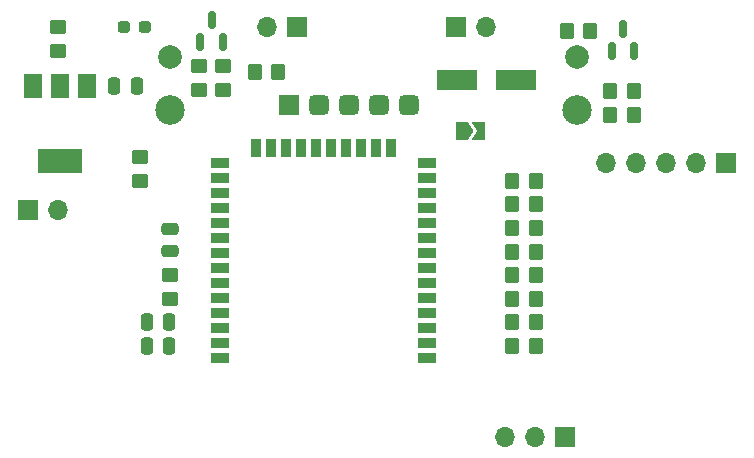
<source format=gbs>
G04 #@! TF.GenerationSoftware,KiCad,Pcbnew,7.0.6*
G04 #@! TF.CreationDate,2023-09-28T23:10:25+01:00*
G04 #@! TF.ProjectId,GalaxyModPCB,47616c61-7879-44d6-9f64-5043422e6b69,rev?*
G04 #@! TF.SameCoordinates,Original*
G04 #@! TF.FileFunction,Soldermask,Bot*
G04 #@! TF.FilePolarity,Negative*
%FSLAX46Y46*%
G04 Gerber Fmt 4.6, Leading zero omitted, Abs format (unit mm)*
G04 Created by KiCad (PCBNEW 7.0.6) date 2023-09-28 23:10:25*
%MOMM*%
%LPD*%
G01*
G04 APERTURE LIST*
G04 Aperture macros list*
%AMRoundRect*
0 Rectangle with rounded corners*
0 $1 Rounding radius*
0 $2 $3 $4 $5 $6 $7 $8 $9 X,Y pos of 4 corners*
0 Add a 4 corners polygon primitive as box body*
4,1,4,$2,$3,$4,$5,$6,$7,$8,$9,$2,$3,0*
0 Add four circle primitives for the rounded corners*
1,1,$1+$1,$2,$3*
1,1,$1+$1,$4,$5*
1,1,$1+$1,$6,$7*
1,1,$1+$1,$8,$9*
0 Add four rect primitives between the rounded corners*
20,1,$1+$1,$2,$3,$4,$5,0*
20,1,$1+$1,$4,$5,$6,$7,0*
20,1,$1+$1,$6,$7,$8,$9,0*
20,1,$1+$1,$8,$9,$2,$3,0*%
%AMFreePoly0*
4,1,6,1.000000,0.000000,0.500000,-0.750000,-0.500000,-0.750000,-0.500000,0.750000,0.500000,0.750000,1.000000,0.000000,1.000000,0.000000,$1*%
%AMFreePoly1*
4,1,6,0.500000,-0.750000,-0.650000,-0.750000,-0.150000,0.000000,-0.650000,0.750000,0.500000,0.750000,0.500000,-0.750000,0.500000,-0.750000,$1*%
G04 Aperture macros list end*
%ADD10C,2.500000*%
%ADD11C,2.000000*%
%ADD12RoundRect,0.250000X-0.250000X-0.475000X0.250000X-0.475000X0.250000X0.475000X-0.250000X0.475000X0*%
%ADD13RoundRect,0.250000X-0.450000X0.350000X-0.450000X-0.350000X0.450000X-0.350000X0.450000X0.350000X0*%
%ADD14RoundRect,0.250000X-0.350000X-0.450000X0.350000X-0.450000X0.350000X0.450000X-0.350000X0.450000X0*%
%ADD15RoundRect,0.250000X-0.475000X0.250000X-0.475000X-0.250000X0.475000X-0.250000X0.475000X0.250000X0*%
%ADD16R,1.700000X1.700000*%
%ADD17RoundRect,0.425000X-0.425000X0.425000X-0.425000X-0.425000X0.425000X-0.425000X0.425000X0.425000X0*%
%ADD18RoundRect,0.250000X0.350000X0.450000X-0.350000X0.450000X-0.350000X-0.450000X0.350000X-0.450000X0*%
%ADD19O,1.700000X1.700000*%
%ADD20RoundRect,0.250000X0.250000X0.475000X-0.250000X0.475000X-0.250000X-0.475000X0.250000X-0.475000X0*%
%ADD21RoundRect,0.150000X0.150000X-0.587500X0.150000X0.587500X-0.150000X0.587500X-0.150000X-0.587500X0*%
%ADD22R,3.500000X1.800000*%
%ADD23R,1.500000X0.900000*%
%ADD24R,0.900000X1.500000*%
%ADD25FreePoly0,0.000000*%
%ADD26FreePoly1,0.000000*%
%ADD27R,1.500000X2.000000*%
%ADD28R,3.800000X2.000000*%
%ADD29RoundRect,0.237500X0.287500X0.237500X-0.287500X0.237500X-0.287500X-0.237500X0.287500X-0.237500X0*%
G04 APERTURE END LIST*
D10*
X124500000Y-60000000D03*
D11*
X159000000Y-55500000D03*
D10*
X159000000Y-60000000D03*
D11*
X124500000Y-55500000D03*
D12*
X119800000Y-58000000D03*
X121700000Y-58000000D03*
D13*
X122000000Y-64000000D03*
X122000000Y-66000000D03*
D14*
X153500000Y-68000000D03*
X155500000Y-68000000D03*
D13*
X129000000Y-56300000D03*
X129000000Y-58300000D03*
D15*
X124500000Y-70050000D03*
X124500000Y-71950000D03*
D14*
X153500000Y-76000000D03*
X155500000Y-76000000D03*
D16*
X134620000Y-59600000D03*
D17*
X137160000Y-59600000D03*
X139700000Y-59600000D03*
X142240000Y-59600000D03*
X144780000Y-59600000D03*
D13*
X115000000Y-53000000D03*
X115000000Y-55000000D03*
D18*
X160100000Y-53300000D03*
X158100000Y-53300000D03*
D13*
X124500000Y-74000000D03*
X124500000Y-76000000D03*
X127000000Y-56300000D03*
X127000000Y-58300000D03*
D16*
X112500000Y-68500000D03*
D19*
X115040000Y-68500000D03*
D20*
X124450000Y-80000000D03*
X122550000Y-80000000D03*
D21*
X163850000Y-55037500D03*
X161950000Y-55037500D03*
X162900000Y-53162500D03*
D16*
X148725000Y-53000000D03*
D19*
X151265000Y-53000000D03*
D22*
X148800000Y-57500000D03*
X153800000Y-57500000D03*
D16*
X158000000Y-87700000D03*
D19*
X155460000Y-87700000D03*
X152920000Y-87700000D03*
D18*
X155500000Y-74000000D03*
X153500000Y-74000000D03*
D16*
X171575000Y-64500000D03*
D19*
X169035000Y-64500000D03*
X166495000Y-64500000D03*
X163955000Y-64500000D03*
X161415000Y-64500000D03*
D20*
X124450000Y-78000000D03*
X122550000Y-78000000D03*
D18*
X155500000Y-70000000D03*
X153500000Y-70000000D03*
D23*
X128750000Y-81005000D03*
X128750000Y-79735000D03*
X128750000Y-78465000D03*
X128750000Y-77195000D03*
X128750000Y-75925000D03*
X128750000Y-74655000D03*
X128750000Y-73385000D03*
X128750000Y-72115000D03*
X128750000Y-70845000D03*
X128750000Y-69575000D03*
X128750000Y-68305000D03*
X128750000Y-67035000D03*
X128750000Y-65765000D03*
X128750000Y-64495000D03*
D24*
X131790000Y-63245000D03*
X133060000Y-63245000D03*
X134330000Y-63245000D03*
X135600000Y-63245000D03*
X136870000Y-63245000D03*
X138140000Y-63245000D03*
X139410000Y-63245000D03*
X140680000Y-63245000D03*
X141950000Y-63245000D03*
X143220000Y-63245000D03*
D23*
X146250000Y-64495000D03*
X146250000Y-65765000D03*
X146250000Y-67035000D03*
X146250000Y-68305000D03*
X146250000Y-69575000D03*
X146250000Y-70845000D03*
X146250000Y-72115000D03*
X146250000Y-73385000D03*
X146250000Y-74655000D03*
X146250000Y-75925000D03*
X146250000Y-77195000D03*
X146250000Y-78465000D03*
X146250000Y-79735000D03*
X146250000Y-81005000D03*
D14*
X153500000Y-80000000D03*
X155500000Y-80000000D03*
D16*
X135275000Y-53000000D03*
D19*
X132735000Y-53000000D03*
D14*
X153500000Y-72000000D03*
X155500000Y-72000000D03*
D25*
X149275000Y-61800000D03*
D26*
X150725000Y-61800000D03*
D14*
X131700000Y-56800000D03*
X133700000Y-56800000D03*
D18*
X155500000Y-78000000D03*
X153500000Y-78000000D03*
D21*
X129000000Y-54237500D03*
X127100000Y-54237500D03*
X128050000Y-52362500D03*
D18*
X163800000Y-58400000D03*
X161800000Y-58400000D03*
X155500000Y-66000000D03*
X153500000Y-66000000D03*
D27*
X112900000Y-58000000D03*
X115200000Y-58000000D03*
D28*
X115200000Y-64300000D03*
D27*
X117500000Y-58000000D03*
D18*
X163800000Y-60400000D03*
X161800000Y-60400000D03*
D29*
X122375000Y-53000000D03*
X120625000Y-53000000D03*
M02*

</source>
